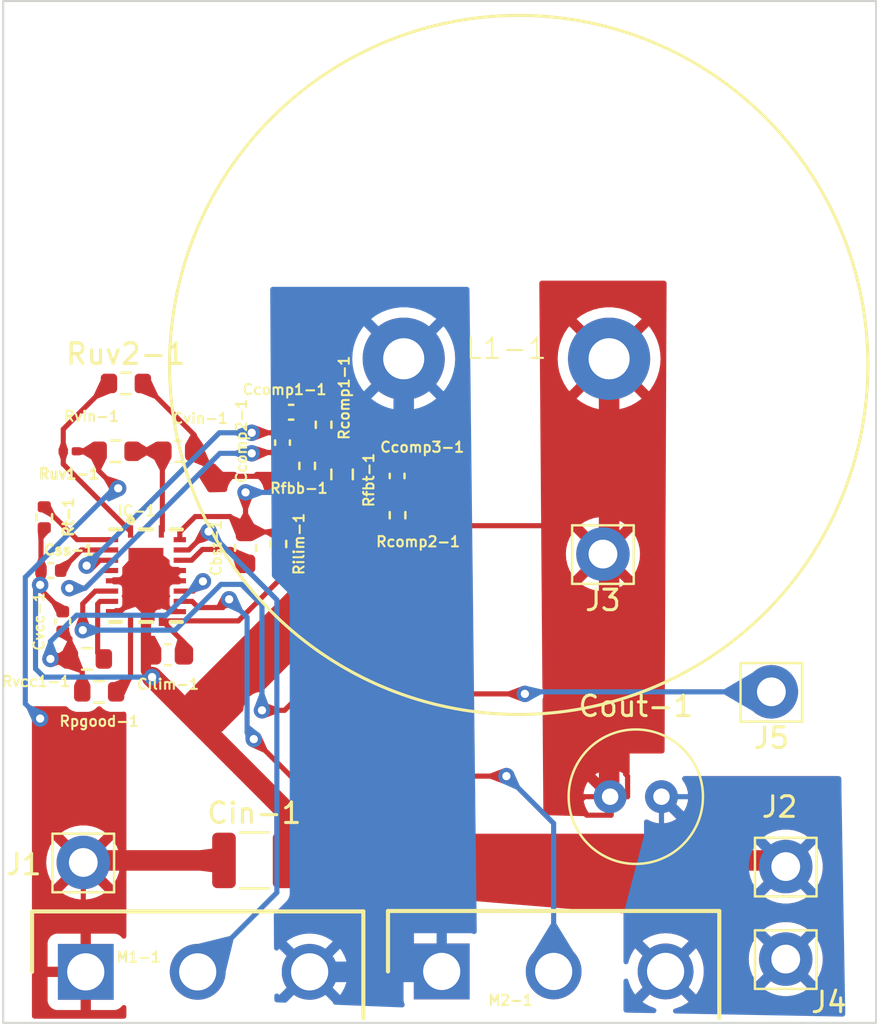
<source format=kicad_pcb>
(kicad_pcb (version 20221018) (generator pcbnew)
  (layers (0 "F.Cu" signal) (31 "B.Cu" signal) (34 "B.Paste" user) (35 "F.Paste" user) (36 "B.SilkS" user "B.Silkscreen") (37 "F.SilkS" user "F.Silkscreen") (38 "B.Mask" user) (39 "F.Mask" user) (44 "Edge.Cuts" user))
  (net 0 "")
  (net 1 "Net-(IC-1-BST)")
  (net 2 "Net-(IC-1-SW)")
  (net 3 "Net-(Ccomp1-1-Pad1)")
  (net 4 "Net-(IC-1-COMP)")
  (net 5 "Net-(IC-1-FB)")
  (net 6 "Net-(Ccomp3-1-Pad1)")
  (net 7 "Net-(IC-1-ILIM)")
  (net 8 "Net-(IC-1-AGND)")
  (net 9 "Net-(J1-Pin_1)")
  (net 10 "Net-(J3-Pin_1)")
  (net 11 "Net-(IC-1-SS{slash}TRK)")
  (net 12 "Net-(IC-1-VCC)")
  (net 13 "Net-(IC-1-VIN)")
  (net 14 "Net-(IC-1-EN{slash}UVLO)")
  (net 15 "Net-(IC-1-RT)")
  (net 16 "Net-(IC-1-SYNCOUT)")
  (net 17 "Net-(IC-1-SYNCIN)")
  (net 18 "Net-(IC-1-PGOOD)")
  (net 19 "Net-(IC-1-LO)")
  (net 20 "Net-(IC-1-HO)")
  (footprint "Library:RGY0020B" (layer "F.Cu") (at 35.95 98.25)
    (fp_text reference "IC-1" (at -0.45 -3.15) (layer "F.SilkS") (effects (font (size 0.5 0.5) (thickness 0.1) bold)))
    (fp_text value "LM5145RGYR" hide)
    (fp_line (start -1.75 -2.25) (end -1.2 -2.25) (stroke (width 0.2)) (layer "F.SilkS"))
    (fp_line (start -1.75 2.25) (end -1.2 2.25) (stroke (width 0.2)) (layer "F.SilkS"))
    (fp_line (start -0.3 -2.25) (end 0.3 -2.25) (stroke (width 0.2)) (layer "F.SilkS"))
    (fp_line (start -0.3 2.25) (end 0.3 2.25) (stroke (width 0.2)) (layer "F.SilkS"))
    (fp_line (start 1.75 -2.25) (end 1.2 -2.25) (stroke (width 0.2)) (layer "F.SilkS"))
    (fp_line (start 1.75 2.25) (end 1.2 2.25) (stroke (width 0.2)) (layer "F.SilkS"))
    (fp_circle (center -0.751 -2.692) (end -0.751 -2.67041) (stroke (width 0.2)) (fill none) (layer "F.SilkS"))
    (pad "1" smd rect (at -0.75 -2.15) (size 0.25 0.6) (layers "F.Cu" "F.Paste" "F.Mask") (net 14 "Net-(IC-1-EN{slash}UVLO)"))
    (pad "2" smd rect (at -1.65 -1.75 90) (size 0.25 0.6) (layers "F.Cu" "F.Paste" "F.Mask") (net 15 "Net-(IC-1-RT)"))
    (pad "3" smd rect (at -1.65 -1.25 90) (size 0.25 0.6) (layers "F.Cu" "F.Paste" "F.Mask") (net 11 "Net-(IC-1-SS{slash}TRK)"))
    (pad "4" smd rect (at -1.65 -0.75 90) (size 0.25 0.6) (layers "F.Cu" "F.Paste" "F.Mask") (net 4 "Net-(IC-1-COMP)"))
    (pad "5" smd rect (at -1.65 -0.25 90) (size 0.25 0.6) (layers "F.Cu" "F.Paste" "F.Mask") (net 5 "Net-(IC-1-FB)"))
    (pad "6" smd rect (at -1.65 0.25 90) (size 0.25 0.6) (layers "F.Cu" "F.Paste" "F.Mask") (net 8 "Net-(IC-1-AGND)"))
    (pad "7" smd rect (at -1.65 0.75 90) (size 0.25 0.6) (layers "F.Cu" "F.Paste" "F.Mask") (net 16 "Net-(IC-1-SYNCOUT)"))
    (pad "8" smd rect (at -1.65 1.25 90) (size 0.25 0.6) (layers "F.Cu" "F.Paste" "F.Mask") (net 17 "Net-(IC-1-SYNCIN)"))
    (pad "9" smd rect (at -1.65 1.75 90) (size 0.25 0.6) (layers "F.Cu" "F.Paste" "F.Mask") (net 8 "Net-(IC-1-AGND)"))
    (pad "10" smd rect (at -0.75 2.15) (size 0.25 0.6) (layers "F.Cu" "F.Paste" "F.Mask") (net 18 "Net-(IC-1-PGOOD)"))
    (pad "11" smd rect (at 0.75 2.15) (size 0.25 0.6) (layers "F.Cu" "F.Paste" "F.Mask") (net 7 "Net-(IC-1-ILIM)"))
    (pad "12" smd rect (at 1.65 1.75 90) (size 0.25 0.6) (layers "F.Cu" "F.Paste" "F.Mask") (net 8 "Net-(IC-1-AGND)"))
    (pad "13" smd rect (at 1.65 1.25 90) (size 0.25 0.6) (layers "F.Cu" "F.Paste" "F.Mask") (net 19 "Net-(IC-1-LO)"))
    (pad "14" smd rect (at 1.65 0.75 90) (size 0.25 0.6) (layers "F.Cu" "F.Paste" "F.Mask") (net 12 "Net-(IC-1-VCC)"))
    (pad "15" smd rect (at 1.65 0.25 90) (size 0.25 0.6) (layers "F.Cu" "F.Paste" "F.Mask") (net 8 "Net-(IC-1-AGND)"))
    (pad "16" smd rect (at 1.65 -0.25 90) (size 0.25 0.6) (layers "F.Cu" "F.Paste" "F.Mask") (net 8 "Net-(IC-1-AGND)"))
    (pad "17" smd rect (at 1.65 -0.75 90) (size 0.25 0.6) (layers "F.Cu" "F.Paste" "F.Mask") (net 1 "Net-(IC-1-BST)"))
    (pad "18" smd rect (at 1.65 -1.25 90) (size 0.25 0.6) (layers "F.Cu" "F.Paste" "F.Mask") (net 20 "Net-(IC-1-HO)"))
    (pad "19" smd rect (at 1.65 -1.75 90) (size 0.25 0.6) (layers "F.Cu" "F.Paste" "F.Mask") (net 2 "Net-(IC-1-SW)"))
    (pad "20" smd rect (at 0.75 -2.15) (size 0.25 0.6) (layers "F.Cu" "F.Paste" "F.Mask") (net 13 "Net-(IC-1-VIN)"))
    (pad "21" smd rect (at 0 0) (size 1.7 2.7) (layers "F.Cu" "F.Paste" "F.Mask") (net 8 "Net-(IC-1-AGND)"))
  )
  (footprint "Capacitor_SMD:C_1210_3225Metric" (layer "F.Cu") (at 41.225 112.1)
    (fp_text reference "Cin-1" (at 0 -2.3) (layer "F.SilkS"))
    (fp_text value "4.7 uF")
    (fp_line (start -0.711252 -1.36) (end 0.711252 -1.36) (stroke (width 0.12)) (layer "F.SilkS"))
    (fp_line (start -0.711252 1.36) (end 0.711252 1.36) (stroke (width 0.12)) (layer "F.SilkS"))
    (pad "1" smd roundrect (at -1.475 0) (size 1.15 2.7) (layers "F.Cu" "F.Paste" "F.Mask") (roundrect_rratio 0.2173913043) (net 9 "Net-(J1-Pin_1)"))
    (pad "2" smd roundrect (at 1.475 0) (size 1.15 2.7) (layers "F.Cu" "F.Paste" "F.Mask") (roundrect_rratio 0.2173913043) (net 8 "Net-(IC-1-AGND)"))
  )
  (footprint "Connector_Pin:Pin_D1.4mm_L8.5mm_W2.8mm_FlatFork" (layer "F.Cu") (at 67.1 116.9)
    (fp_text reference "J4" (at 2.1 2.1) (layer "F.SilkS"))
    (fp_text value "GND")
    (fp_line (start -1.5 -1.4) (end -1.5 1.45) (stroke (width 0.12)) (layer "F.SilkS"))
    (fp_line (start -1.5 -1.4) (end 1.5 -1.4) (stroke (width 0.12)) (layer "F.SilkS"))
    (fp_line (start -1.5 1.45) (end 1.5 1.45) (stroke (width 0.12)) (layer "F.SilkS"))
    (fp_line (start 1.5 -1.4) (end 1.5 1.45) (stroke (width 0.12)) (layer "F.SilkS"))
    (pad "1" thru_hole circle (at 0 0) (size 2.6 2.6) (drill 1.4) (layers "*.Cu" "*.Mask") (net 8 "Net-(IC-1-AGND)"))
  )
  (footprint "Resistor_SMD:R_0603_1608Metric" (layer "F.Cu") (at 45.5 93.325 90)
    (fp_text reference "Rfbt-1" (at -0.275 1.3 90) (layer "F.SilkS") (effects (font (size 0.5 0.5) (thickness 0.1) bold)))
    (fp_text value "18 k" hide)
    (fp_line (start -0.237258 -0.5225) (end 0.237258 -0.5225) (stroke (width 0.12)) (layer "F.SilkS"))
    (fp_line (start -0.237258 0.5225) (end 0.237258 0.5225) (stroke (width 0.12)) (layer "F.SilkS"))
    (pad "1" smd roundrect (at -0.825 0 90) (size 0.8 0.95) (layers "F.Cu" "F.Paste" "F.Mask") (net 10 "Net-(J3-Pin_1)"))
    (pad "2" smd roundrect (at 0.825 0 90) (size 0.8 0.95) (layers "F.Cu" "F.Paste" "F.Mask") (net 5 "Net-(IC-1-FB)"))
  )
  (footprint "Resistor_SMD:R_0201_0603Metric" (layer "F.Cu") (at 32.245 92.2 180)
    (fp_text reference "Ruv1-1" (at 0.045 -1.1 180) (layer "F.SilkS") (effects (font (size 0.5 0.5) (thickness 0.125))))
    (fp_text value "68.1k" hide)
    (pad "1" smd roundrect (at -0.32 0 180) (size 0.46 0.4) (layers "F.Cu" "F.Mask") (net 9 "Net-(J1-Pin_1)"))
    (pad "2" smd roundrect (at 0.32 0 180) (size 0.46 0.4) (layers "F.Cu" "F.Mask") (net 14 "Net-(IC-1-EN{slash}UVLO)"))
  )
  (footprint "Capacitor_SMD:C_0402_1005Metric" (layer "F.Cu") (at 31.9 100.48 90)
    (fp_text reference "Cvcc-1" (at 0 -1.16 90) (layer "F.SilkS") (effects (font (size 0.5 0.5) (thickness 0.1) bold)))
    (fp_text value "2.2 u" hide)
    (fp_line (start -0.107836 -0.36) (end 0.107836 -0.36) (stroke (width 0.12)) (layer "F.SilkS"))
    (fp_line (start -0.107836 0.36) (end 0.107836 0.36) (stroke (width 0.12)) (layer "F.SilkS"))
    (pad "1" smd roundrect (at -0.48 0 90) (size 0.56 0.62) (layers "F.Cu" "F.Paste" "F.Mask") (net 12 "Net-(IC-1-VCC)"))
    (pad "2" smd roundrect (at 0.48 0 90) (size 0.56 0.62) (layers "F.Cu" "F.Paste" "F.Mask") (net 8 "Net-(IC-1-AGND)"))
  )
  (footprint "Capacitor_SMD:C_0603_1608Metric" (layer "F.Cu") (at 40.8 96.9 90)
    (fp_text reference "Cbst-1" (at 0 -1.43 90) (layer "F.SilkS") (effects (font (size 0.5 0.5) (thickness 0.1) bold)))
    (fp_text value "100 n" hide)
    (fp_line (start -0.14058 -0.51) (end 0.14058 -0.51) (stroke (width 0.12)) (layer "F.SilkS"))
    (fp_line (start -0.14058 0.51) (end 0.14058 0.51) (stroke (width 0.12)) (layer "F.SilkS"))
    (pad "1" smd roundrect (at -0.775 0 90) (size 0.9 0.95) (layers "F.Cu" "F.Paste" "F.Mask") (net 1 "Net-(IC-1-BST)"))
    (pad "2" smd roundrect (at 0.775 0 90) (size 0.9 0.95) (layers "F.Cu" "F.Paste" "F.Mask") (net 2 "Net-(IC-1-SW)"))
  )
  (footprint "Library:TO545P521X1594X2566-3P" (layer "F.Cu") (at 50.35 117.5)
    (fp_text reference "M2-1" (at 3.35 1.4) (layer "F.SilkS") (effects (font (size 0.5 0.5) (thickness 0.1) bold)))
    (fp_text value "30V 35A" hide)
    (fp_line (start -2.615 -2.94) (end -2.615 0) (stroke (width 0.2)) (layer "F.SilkS"))
    (fp_line (start 13.515 -2.94) (end -2.615 -2.94) (stroke (width 0.2)) (layer "F.SilkS"))
    (fp_line (start 13.515 2.27) (end 13.515 -2.94) (stroke (width 0.2)) (layer "F.SilkS"))
    (pad "1" thru_hole rect (at 0 0) (size 2.715 2.715) (drill 1.81) (layers "*.Cu" "*.Mask") (net 2 "Net-(IC-1-SW)"))
    (pad "2" thru_hole circle (at 5.45 0) (size 2.715 2.715) (drill 1.81) (layers "*.Cu" "*.Mask") (net 19 "Net-(IC-1-LO)"))
    (pad "3" thru_hole circle (at 10.9 0) (size 2.715 2.715) (drill 1.81) (layers "*.Cu" "*.Mask") (net 8 "Net-(IC-1-AGND)"))
  )
  (footprint "Resistor_SMD:R_0402_1005Metric" (layer "F.Cu") (at 44.6 90.91 90)
    (fp_text reference "Rcomp1-1" (at 1.31 1 270) (layer "F.SilkS") (effects (font (size 0.5 0.5) (thickness 0.1) bold)))
    (fp_text value "1.78 k" hide)
    (fp_line (start -0.153641 -0.38) (end 0.153641 -0.38) (stroke (width 0.12)) (layer "F.SilkS"))
    (fp_line (start -0.153641 0.38) (end 0.153641 0.38) (stroke (width 0.12)) (layer "F.SilkS"))
    (pad "1" smd roundrect (at -0.51 0 90) (size 0.54 0.64) (layers "F.Cu" "F.Paste" "F.Mask") (net 5 "Net-(IC-1-FB)"))
    (pad "2" smd roundrect (at 0.51 0 90) (size 0.54 0.64) (layers "F.Cu" "F.Paste" "F.Mask") (net 3 "Net-(Ccomp1-1-Pad1)"))
  )
  (footprint "Connector_Pin:Pin_D1.4mm_L8.5mm_W2.8mm_FlatFork" (layer "F.Cu") (at 66.4 103.9)
    (fp_text reference "J5" (at 0 2.25) (layer "F.SilkS"))
    (fp_text value "Syncout")
    (fp_line (start -1.5 -1.4) (end -1.5 1.45) (stroke (width 0.12)) (layer "F.SilkS"))
    (fp_line (start -1.5 -1.4) (end 1.5 -1.4) (stroke (width 0.12)) (layer "F.SilkS"))
    (fp_line (start -1.5 1.45) (end 1.5 1.45) (stroke (width 0.12)) (layer "F.SilkS"))
    (fp_line (start 1.5 -1.4) (end 1.5 1.45) (stroke (width 0.12)) (layer "F.SilkS"))
    (pad "1" thru_hole circle (at 0 0) (size 2.6 2.6) (drill 1.4) (layers "*.Cu" "*.Mask") (net 16 "Net-(IC-1-SYNCOUT)"))
  )
  (footprint "Library:A3mmCoil" (layer "F.Cu") (at 53.5 87.7)
    (fp_text reference "L1-1" (at 0 -0.5 unlocked) (layer "F.SilkS") (effects (font (thickness 0.1))))
    (fp_text value "4.7 u")
    (pad "1" thru_hole circle (at -5 0) (size 4 4) (drill 2) (layers "*.Cu" "*.Mask") (net 2 "Net-(IC-1-SW)"))
    (pad "2" thru_hole circle (at 5 0) (size 4 4) (drill 2) (layers "*.Cu" "*.Mask") (net 10 "Net-(J3-Pin_1)"))
  )
  (footprint "Resistor_SMD:R_0402_1005Metric" (layer "F.Cu") (at 48.2 95.31 90)
    (fp_text reference "Rcomp2-1" (at -1.29 1 180) (layer "F.SilkS") (effects (font (size 0.5 0.5) (thickness 0.1) bold)))
    (fp_text value "1.82 k" hide)
    (fp_line (start -0.153641 -0.38) (end 0.153641 -0.38) (stroke (width 0.12)) (layer "F.SilkS"))
    (fp_line (start -0.153641 0.38) (end 0.153641 0.38) (stroke (width 0.12)) (layer "F.SilkS"))
    (pad "1" smd roundrect (at -0.51 0 90) (size 0.54 0.64) (layers "F.Cu" "F.Paste" "F.Mask") (net 10 "Net-(J3-Pin_1)"))
    (pad "2" smd roundrect (at 0.51 0 90) (size 0.54 0.64) (layers "F.Cu" "F.Paste" "F.Mask") (net 6 "Net-(Ccomp3-1-Pad1)"))
  )
  (footprint "Connector_Pin:Pin_D1.4mm_L8.5mm_W2.8mm_FlatFork" (layer "F.Cu") (at 58.2 97.2)
    (fp_text reference "J3" (at 0 2.25) (layer "F.SilkS"))
    (fp_text value "V12out")
    (fp_line (start -1.5 -1.4) (end -1.5 1.45) (stroke (width 0.12)) (layer "F.SilkS"))
    (fp_line (start -1.5 -1.4) (end 1.5 -1.4) (stroke (width 0.12)) (layer "F.SilkS"))
    (fp_line (start -1.5 1.45) (end 1.5 1.45) (stroke (width 0.12)) (layer "F.SilkS"))
    (fp_line (start 1.5 -1.4) (end 1.5 1.45) (stroke (width 0.12)) (layer "F.SilkS"))
    (pad "1" thru_hole circle (at 0 0) (size 2.6 2.6) (drill 1.4) (layers "*.Cu" "*.Mask") (net 10 "Net-(J3-Pin_1)"))
  )
  (footprint "Library:TO545P521X1594X2566-3P" (layer "F.Cu") (at 33.02 117.52)
    (fp_text reference "M1-1" (at 2.58 -0.72) (layer "F.SilkS") (effects (font (size 0.5 0.5) (thickness 0.1) bold)))
    (fp_text value "30V 60A" hide)
    (fp_line (start -2.615 -2.94) (end -2.615 0) (stroke (width 0.2)) (layer "F.SilkS"))
    (fp_line (start 13.515 -2.94) (end -2.615 -2.94) (stroke (width 0.2)) (layer "F.SilkS"))
    (fp_line (start 13.515 2.27) (end 13.515 -2.94) (stroke (width 0.2)) (layer "F.SilkS"))
    (pad "1" thru_hole rect (at 0 0) (size 2.715 2.715) (drill 1.81) (layers "*.Cu" "*.Mask") (net 9 "Net-(J1-Pin_1)"))
    (pad "2" thru_hole circle (at 5.45 0) (size 2.715 2.715) (drill 1.81) (layers "*.Cu" "*.Mask") (net 20 "Net-(IC-1-HO)"))
    (pad "3" thru_hole circle (at 10.9 0) (size 2.715 2.715) (drill 1.81) (layers "*.Cu" "*.Mask") (net 2 "Net-(IC-1-SW)"))
  )
  (footprint "Resistor_SMD:R_0603_1608Metric" (layer "F.Cu") (at 33.075 102.3)
    (fp_text reference "Rvcc1-1" (at -2.475 1.1 180) (layer "F.SilkS") (effects (font (size 0.5 0.5) (thickness 0.1) bold)))
    (fp_text value "20 k" hide)
    (fp_line (start -0.237258 -0.5225) (end 0.237258 -0.5225) (stroke (width 0.12)) (layer "F.SilkS"))
    (fp_line (start -0.237258 0.5225) (end 0.237258 0.5225) (stroke (width 0.12)) (layer "F.SilkS"))
    (pad "1" smd roundrect (at -0.825 0) (size 0.8 0.95) (layers "F.Cu" "F.Paste" "F.Mask") (net 12 "Net-(IC-1-VCC)"))
    (pad "2" smd roundrect (at 0.825 0) (size 0.8 0.95) (layers "F.Cu" "F.Paste" "F.Mask") (net 17 "Net-(IC-1-SYNCIN)"))
  )
  (footprint "Resistor_SMD:R_0402_1005Metric" (layer "F.Cu") (at 31 95.41 -90)
    (fp_text reference "Rt-1" (at 0 -1.17 90) (layer "F.SilkS") (effects (font (size 0.5 0.5) (thickness 0.125))))
    (fp_text value "69.8k" hide)
    (fp_line (start -0.153641 -0.38) (end 0.153641 -0.38) (stroke (width 0.12)) (layer "F.SilkS"))
    (fp_line (start -0.153641 0.38) (end 0.153641 0.38) (stroke (width 0.12)) (layer "F.SilkS"))
    (pad "1" smd roundrect (at -0.51 0 270) (size 0.54 0.64) (layers "F.Cu" "F.Paste" "F.Mask") (net 15 "Net-(IC-1-RT)"))
    (pad "2" smd roundrect (at 0.51 0 270) (size 0.54 0.64) (layers "F.Cu" "F.Paste" "F.Mask") (net 8 "Net-(IC-1-AGND)"))
  )
  (footprint "Resistor_SMD:R_0402_1005Metric" (layer "F.Cu") (at 42.4 96.71 90)
    (fp_text reference "Rilim-1" (at 0 1 90) (layer "F.SilkS") (effects (font (size 0.5 0.5) (thickness 0.1) bold)))
    (fp_text value "619" hide)
    (fp_line (start -0.153641 -0.38) (end 0.153641 -0.38) (stroke (width 0.12)) (layer "F.SilkS"))
    (fp_line (start -0.153641 0.38) (end 0.153641 0.38) (stroke (width 0.12)) (layer "F.SilkS"))
    (pad "1" smd roundrect (at -0.51 0 90) (size 0.54 0.64) (layers "F.Cu" "F.Paste" "F.Mask") (net 7 "Net-(IC-1-ILIM)"))
    (pad "2" smd roundrect (at 0.51 0 90) (size 0.54 0.64) (layers "F.Cu" "F.Paste" "F.Mask") (net 2 "Net-(IC-1-SW)"))
  )
  (footprint "Resistor_SMD:R_0603_1608Metric" (layer "F.Cu") (at 34.475 92.2)
    (fp_text reference "Rvin-1" (at -1.175 -1.7) (layer "F.SilkS") (effects (font (size 0.5 0.5) (thickness 0.1) bold)))
    (fp_text value "2.1" hide)
    (fp_line (start -0.237258 -0.5225) (end 0.237258 -0.5225) (stroke (width 0.12)) (layer "F.SilkS"))
    (fp_line (start -0.237258 0.5225) (end 0.237258 0.5225) (stroke (width 0.12)) (layer "F.SilkS"))
    (pad "1" smd roundrect (at -0.825 0) (size 0.8 0.95) (layers "F.Cu" "F.Paste" "F.Mask") (net 9 "Net-(J1-Pin_1)"))
    (pad "2" smd roundrect (at 0.825 0) (size 0.8 0.95) (layers "F.Cu" "F.Paste" "F.Mask") (net 13 "Net-(IC-1-VIN)"))
  )
  (footprint "Capacitor_SMD:C_0402_1005Metric" (layer "F.Cu") (at 43.02 90.3 180)
    (fp_text reference "Ccomp1-1" (at 0.32 1.1 180) (layer "F.SilkS") (effects (font (size 0.5 0.5) (thickness 0.1) bold)))
    (fp_text value "15 nF" hide)
    (fp_line (start -0.107836 -0.36) (end 0.107836 -0.36) (stroke (width 0.12)) (layer "F.SilkS"))
    (fp_line (start -0.107836 0.36) (end 0.107836 0.36) (stroke (width 0.12)) (layer "F.SilkS"))
    (pad "1" smd roundrect (at -0.48 0 180) (size 0.56 0.62) (layers "F.Cu" "F.Paste" "F.Mask") (net 3 "Net-(Ccomp1-1-Pad1)"))
    (pad "2" smd roundrect (at 0.48 0 180) (size 0.56 0.62) (layers "F.Cu" "F.Paste" "F.Mask") (net 4 "Net-(IC-1-COMP)"))
  )
  (footprint "Resistor_SMD:R_0402_1005Metric" (layer "F.Cu") (at 43.8 92.91 -90)
    (fp_text reference "Rfbb-1" (at 1.09 0.4 -180) (layer "F.SilkS") (effects (font (size 0.5 0.5) (thickness 0.1) bold)))
    (fp_text value "1.27 k" hide)
    (fp_line (start -0.153641 -0.38) (end 0.153641 -0.38) (stroke (width 0.12)) (layer "F.SilkS"))
    (fp_line (start -0.153641 0.38) (end 0.153641 0.38) (stroke (width 0.12)) (layer "F.SilkS"))
    (pad "1" smd roundrect (at -0.51 0 270) (size 0.54 0.64) (layers "F.Cu" "F.Paste" "F.Mask") (net 5 "Net-(IC-1-FB)"))
    (pad "2" smd roundrect (at 0.51 0 270) (size 0.54 0.64) (layers "F.Cu" "F.Paste" "F.Mask") (net 8 "Net-(IC-1-AGND)"))
  )
  (footprint "Capacitor_SMD:C_0603_1608Metric" (layer "F.Cu") (at 37.025 102.1 180)
    (fp_text reference "Cilim-1" (at 0 -1.43) (layer "F.SilkS") (effects (font (size 0.5 0.5) (thickness 0.1) bold)))
    (fp_text value "10 p" hide)
    (fp_line (start -0.14058 -0.51) (end 0.14058 -0.51) (stroke (width 0.12)) (layer "F.SilkS"))
    (fp_line (start -0.14058 0.51) (end 0.14058 0.51) (stroke (width 0.12)) (layer "F.SilkS"))
    (pad "1" smd roundrect (at -0.775 0 180) (size 0.9 0.95) (layers "F.Cu" "F.Paste" "F.Mask") (net 7 "Net-(IC-1-ILIM)"))
    (pad "2" smd roundrect (at 0.775 0 180) (size 0.9 0.95) (layers "F.Cu" "F.Paste" "F.Mask") (net 8 "Net-(IC-1-AGND)"))
  )
  (footprint "Capacitor_SMD:C_0402_1005Metric" (layer "F.Cu") (at 31.32 98 180)
    (fp_text reference "Css-1" (at -0.88 1) (layer "F.SilkS") (effects (font (size 0.5 0.5) (thickness 0.125))))
    (fp_text value "56n" hide)
    (fp_line (start -0.107836 -0.36) (end 0.107836 -0.36) (stroke (width 0.12)) (layer "F.SilkS"))
    (fp_line (start -0.107836 0.36) (end 0.107836 0.36) (stroke (width 0.12)) (layer "F.SilkS"))
    (pad "1" smd roundrect (at -0.48 0 180) (size 0.56 0.62) (layers "F.Cu" "F.Paste" "F.Mask") (net 11 "Net-(IC-1-SS{slash}TRK)"))
    (pad "2" smd roundrect (at 0.48 0 180) (size 0.56 0.62) (layers "F.Cu" "F.Paste" "F.Mask") (net 8 "Net-(IC-1-AGND)"))
  )
  (footprint "Resistor_SMD:R_0603_1608Metric" (layer "F.Cu") (at 33.675 103.9 180)
    (fp_text reference "Rpgood-1" (at 0 -1.43 180) (layer "F.SilkS") (effects (font (size 0.5 0.5) (thickness 0.1) bold)))
    (fp_text value "20 k" hide)
    (fp_line (start -0.237258 -0.5225) (end 0.237258 -0.5225) (stroke (width 0.12)) (layer "F.SilkS"))
    (fp_line (start -0.237258 0.5225) (end 0.237258 0.5225) (stroke (width 0.12)) (layer "F.SilkS"))
    (pad "1" smd roundrect (at -0.825 0 180) (size 0.8 0.95) (layers "F.Cu" "F.Paste" "F.Mask") (net 18 "Net-(IC-1-PGOOD)"))
    (pad "2" smd roundrect (at 0.825 0 180) (size 0.8 0.95) (layers "F.Cu" "F.Paste" "F.Mask") (net 12 "Net-(IC-1-VCC)"))
  )
  (footprint "Connector_Pin:Pin_D1.4mm_L8.5mm_W2.8mm_FlatFork" (layer "F.Cu") (at 32.9 112.2)
    (fp_text reference "J1" (at -2.9 0.1) (layer "F.SilkS"))
    (fp_text value "Vin")
    (fp_line (start -1.5 -1.4) (end -1.5 1.45) (stroke (width 0.12)) (layer "F.SilkS"))
    (fp_line (start -1.5 -1.4) (end 1.5 -1.4) (stroke (width 0.12)) (layer "F.SilkS"))
    (fp_line (start -1.5 1.45) (end 1.5 1.45) (stroke (width 0.12)) (layer "F.SilkS"))
    (fp_line (start 1.5 -1.4) (end 1.5 1.45) (stroke (width 0.12)) (layer "F.SilkS"))
    (pad "1" thru_hole circle (at 0 0) (size 2.6 2.6) (drill 1.4) (layers "*.Cu" "*.Mask") (net 9 "Net-(J1-Pin_1)"))
  )
  (footprint "Capacitor_THT:C_Radial_D6.3mm_H5.0mm_P2.50mm" (layer "F.Cu") (at 58.55 109)
    (fp_text reference "Cout-1" (at 1.25 -4.4) (layer "F.SilkS"))
    (fp_text value "56 u")
    (fp_circle (center 1.25 0) (end 4.52 0) (stroke (width 0.12)) (fill none) (layer "F.SilkS"))
    (pad "1" thru_hole circle (at 0 0) (size 1.6 1.6) (drill 0.8) (layers "*.Cu" "*.Mask") (net 10 "Net-(J3-Pin_1)"))
    (pad "2" thru_hole circle (at 2.5 0) (size 1.6 1.6) (drill 0.8) (layers "*.Cu" "*.Mask") (net 8 "Net-(IC-1-AGND)"))
  )
  (footprint "Connector_Pin:Pin_D1.4mm_L8.5mm_W2.8mm_FlatFork" (layer "F.Cu") (at 67.1 112.4)
    (fp_text reference "J2" (at -0.3 -2.9) (layer "F.SilkS"))
    (fp_text value "GND")
    (fp_line (start -1.5 -1.4) (end -1.5 1.45) (stroke (width 0.12)) (layer "F.SilkS"))
    (fp_line (start -1.5 -1.4) (end 1.5 -1.4) (stroke (width 0.12)) (layer "F.SilkS"))
    (fp_line (start -1.5 1.45) (end 1.5 1.45) (stroke (width 0.12)) (layer "F.SilkS"))
    (fp_line (start 1.5 -1.4) (end 1.5 1.45) (stroke (width 0.12)) (layer "F.SilkS"))
    (pad "1" thru_hole circle (at 0 0) (size 2.6 2.6) (drill 1.4) (layers "*.Cu" "*.Mask") (net 8 "Net-(IC-1-AGND)"))
  )
  (footprint "Resistor_SMD:R_0603_1608Metric" (layer "F.Cu") (at 34.975 88.9)
    (fp_text reference "Ruv2-1" (at 0 -1.43) (layer "F.SilkS"))
    (fp_text value "9.1 k" hide)
    (fp_line (start -0.237258 -0.5225) (end 0.237258 -0.5225) (stroke (width 0.12)) (layer "F.SilkS"))
    (fp_line (start -0.237258 0.5225) (end 0.237258 0.5225) (stroke (width 0.12)) (layer "F.SilkS"))
    (pad "1" smd roundrect (at -0.825 0) (size 0.8 0.95) (layers "F.Cu" "F.Paste" "F.Mask") (net 14 "Net-(IC-1-EN{slash}UVLO)"))
    (pad "2" smd roundrect (at 0.825 0) (size 0.8 0.95) (layers "F.Cu" "F.Paste" "F.Mask") (net 8 "Net-(IC-1-AGND)"))
  )
  (footprint "Capacitor_SMD:C_0402_1005Metric" (layer "F.Cu") (at 48.18 93.4 90)
    (fp_text reference "Ccomp3-1" (at 1.4 1.22 180) (layer "F.SilkS") (effects (font (size 0.5 0.5) (thickness 0.1) bold)))
    (fp_text value "910 p" hide)
    (fp_line (start -0.107836 -0.36) (end 0.107836 -0.36) (stroke (width 0.12)) (layer "F.SilkS"))
    (fp_line (start -0.107836 0.36) (end 0.107836 0.36) (stroke (width 0.12)) (layer "F.SilkS"))
    (pad "1" smd roundrect (at -0.48 0 90) (size 0.56 0.62) (layers "F.Cu" "F.Paste" "F.Mask") (net 6 "Net-(Ccomp3-1-Pad1)"))
    (pad "2" smd roundrect (at 0.48 0 90) (size 0.56 0.62) (layers "F.Cu" "F.Paste" "F.Mask") (net 5 "Net-(IC-1-FB)"))
  )
  (footprint "Capacitor_SMD:C_0402_1005Metric" (layer "F.Cu") (at 42.6 91.78 90)
    (fp_text reference "Ccomp2-1" (at 0.08 -2 90) (layer "F.SilkS") (effects (font (size 0.5 0.5) (thickness 0.1) bold)))
    (fp_text value "1.2 n")
    (fp_line (start -0.107836 -0.36) (end 0.107836 -0.36) (stroke (width 0.12)) (layer "F.SilkS"))
    (fp_line (start -0.107836 0.36) (end 0.107836 0.36) (stroke (width 0.12)) (layer "F.SilkS"))
    (pad "1" smd roundrect (at -0.48 0 90) (size 0.56 0.62) (layers "F.Cu" "F.Paste" "F.Mask") (net 5 "Net-(IC-1-FB)"))
    (pad "2" smd roundrect (at 0.48 0 90) (size 0.56 0.62) (layers "F.Cu" "F.Paste" "F.Mask") (net 4 "Net-(IC-1-COMP)"))
  )
  (footprint "Capacitor_SMD:C_0603_1608Metric" (layer "F.Cu") (at 37.525 92.2)
    (fp_text reference "Cvin-1" (at 1.075 -1.6) (layer "F.SilkS") (effects (font (size 0.5 0.5) (thickness 0.1) bold)))
    (fp_text value "100 nF" hide)
    (fp_line (start -0.14058 -0.51) (end 0.14058 -0.51) (stroke (width 0.12)) (layer "F.SilkS"))
    (fp_line (start -0.14058 0.51) (end 0.14058 0.51) (stroke (width 0.12)) (layer "F.SilkS"))
    (pad "1" smd roundrect (at -0.775 0) (size 0.9 0.95) (layers "F.Cu" "F.Paste" "F.Mask") (net 13 "Net-(IC-1-VIN)"))
    (pad "2" smd roundrect (at 0.775 0) (size 0.9 0.95) (layers "F.Cu" "F.Paste" "F.Mask") (net 8 "Net-(IC-1-AGND)"))
  )
  (gr_circle (center 54.1 88) (end 71.1 88) (stroke (width 0.15)) (fill none) (layer "F.SilkS"))
  (gr_rect (start 29 70.3) (end 71.5 120) (stroke (width 0.1)) (fill none) (layer "Edge.Cuts"))
  (segment (start 40.8 97.675) (end 40.1 96.975) (width 0.25) (layer "F.Cu") (net 1))
  (segment (start 40.1 96.975) (end 38.7 96.975) (width 0.25) (layer "F.Cu") (net 1))
  (segment (start 38.175 97.5) (end 37.6 97.5) (width 0.25) (layer "F.Cu") (net 1))
  (segment (start 38.7 96.975) (end 38.175 97.5) (width 0.25) (layer "F.Cu") (net 1))
  (segment (start 37.6 96.125) (end 38.35 95.375) (width 0.25) (layer "F.Cu") (net 2))
  (segment (start 38.35 95.375) (end 40.05 95.375) (width 0.25) (layer "F.Cu") (net 2))
  (segment (start 40.8 94.2) (end 40.8 96.125) (width 0.25) (layer "F.Cu") (net 2))
  (segment (start 37.6 96.5) (end 37.6 96.125) (width 0.25) (layer "F.Cu") (net 2))
  (segment (start 42.325 96.125) (end 42.4 96.2) (width 0.25) (layer "F.Cu") (net 2))
  (segment (start 40.05 95.375) (end 40.8 96.125) (width 0.25) (layer "F.Cu") (net 2))
  (segment (start 40.8 96.125) (end 42.325 96.125) (width 0.25) (layer "F.Cu") (net 2))
  (via (at 40.8 94.2) (size 0.8) (drill 0.4) (layers "F.Cu" "B.Cu") (net 2))
  (segment (start 43.92 117.52) (end 48.1 117.52) (width 1) (layer "B.Cu") (net 2))
  (segment (start 42 94.2) (end 48.5 87.7) (width 0.25) (layer "B.Cu") (net 2))
  (segment (start 48.5 87.7) (end 48.5 117.12) (width 1) (layer "B.Cu") (net 2))
  (segment (start 48.1 117.52) (end 50.48 117.52) (width 1) (layer "B.Cu") (net 2))
  (segment (start 40.8 94.2) (end 42 94.2) (width 0.25) (layer "B.Cu") (net 2))
  (segment (start 48.5 117.12) (end 48.1 117.52) (width 0.25) (layer "B.Cu") (net 2))
  (segment (start 43.6 90.4) (end 43.5 90.3) (width 0.25) (layer "F.Cu") (net 3))
  (segment (start 44.6 90.4) (end 43.6 90.4) (width 0.25) (layer "F.Cu") (net 3))
  (segment (start 42.6 90.36) (end 42.54 90.3) (width 0.25) (layer "F.Cu") (net 4))
  (segment (start 33.325306 97.5) (end 33.062653 97.762653) (width 0.25) (layer "F.Cu") (net 4))
  (segment (start 41.1 91.3) (end 41.2 91.3) (width 0.25) (layer "F.Cu") (net 4))
  (segment (start 34.3 97.5) (end 33.325306 97.5) (width 0.25) (layer "F.Cu") (net 4))
  (segment (start 42.6 91.3) (end 41.1 91.3) (width 0.25) (layer "F.Cu") (net 4))
  (segment (start 42.6 91.3) (end 42.6 90.36) (width 0.25) (layer "F.Cu") (net 4))
  (via (at 41.1 91.3) (size 0.8) (drill 0.4) (layers "F.Cu" "B.Cu") (net 4))
  (via (at 33.062653 97.762653) (size 0.8) (drill 0.4) (layers "F.Cu" "B.Cu") (net 4))
  (segment (start 41.1 91.3) (end 39.525306 91.3) (width 0.25) (layer "B.Cu") (net 4))
  (segment (start 39.525306 91.3) (end 33.062653 97.762653) (width 0.25) (layer "B.Cu") (net 4))
  (segment (start 45.92 92.92) (end 45.5 92.5) (width 0.25) (layer "F.Cu") (net 5))
  (segment (start 32.276806 98.8) (end 32.218099 98.858707) (width 0.25) (layer "F.Cu") (net 5))
  (segment (start 42.6 92.26) (end 41.3 92.26) (width 0.25) (layer "F.Cu") (net 5))
  (segment (start 41.1 92.3) (end 41.22 92.26) (width 0.25) (layer "F.Cu") (net 5))
  (segment (start 44.6 91.42) (end 44.6 91.6) (width 0.25) (layer "F.Cu") (net 5))
  (segment (start 44.6 91.6) (end 43.8 92.4) (width 0.25) (layer "F.Cu") (net 5))
  (segment (start 43.8 92.4) (end 42.74 92.4) (width 0.25) (layer "F.Cu") (net 5))
  (segment (start 32.991904 98.858707) (end 32.218099 98.858707) (width 0.25) (layer "F.Cu") (net 5))
  (segment (start 34.3 98) (end 33.850611 98) (width 0.25) (layer "F.Cu") (net 5))
  (segment (start 41.22 92.26) (end 41.26 92.26) (width 0.25) (layer "F.Cu") (net 5))
  (segment (start 45.5 92.5) (end 45.5 92.32) (width 0.25) (layer "F.Cu") (net 5))
  (segment (start 48.18 92.92) (end 45.92 92.92) (width 0.25) (layer "F.Cu") (net 5))
  (segment (start 45.5 92.32) (end 44.6 91.42) (width 0.25) (layer "F.Cu") (net 5))
  (segment (start 42.74 92.4) (end 42.6 92.26) (width 0.25) (layer "F.Cu") (net 5))
  (segment (start 41.3 92.26) (end 41.1 92.3) (width 0.25) (layer "F.Cu") (net 5))
  (segment (start 33.850611 98) (end 32.991904 98.858707) (width 0.25) (layer "F.Cu") (net 5))
  (via (at 41.1 92.3) (size 0.8) (drill 0.4) (layers "F.Cu" "B.Cu") (net 5))
  (via (at 32.218099 98.858707) (size 0.8) (drill 0.4) (layers "F.Cu" "B.Cu") (net 5))
  (segment (start 39.550611 92.3) (end 41.1 92.3) (width 0.25) (layer "B.Cu") (net 5))
  (segment (start 32.218099 98.858707) (end 32.991904 98.858707) (width 0.25) (layer "B.Cu") (net 5))
  (segment (start 32.991904 98.858707) (end 39.550611 92.3) (width 0.25) (layer "B.Cu") (net 5))
  (segment (start 48.2 93.9) (end 48.18 93.88) (width 0.25) (layer "F.Cu") (net 6))
  (segment (start 48.2 94.8) (end 48.2 93.9) (width 0.25) (layer "F.Cu") (net 6))
  (segment (start 42.4 98.5) (end 40.45 100.45) (width 0.25) (layer "F.Cu") (net 7))
  (segment (start 37.8 102.1) (end 37.8 101.5) (width 0.25) (layer "F.Cu") (net 7))
  (segment (start 36.75 100.45) (end 36.7 100.4) (width 0.25) (layer "F.Cu") (net 7))
  (segment (start 37.8 101.5) (end 36.7 100.4) (width 0.25) (layer "F.Cu") (net 7))
  (segment (start 42.4 97.22) (end 42.4 98.5) (width 0.25) (layer "F.Cu") (net 7))
  (segment (start 40.45 100.45) (end 36.75 100.45) (width 0.25) (layer "F.Cu") (net 7))
  (segment (start 43.8 100) (end 38.433363 105.366637) (width 0.25) (layer "F.Cu") (net 8))
  (segment (start 43.8 93.42) (end 39.52 93.42) (width 0.25) (layer "F.Cu") (net 8))
  (segment (start 38.3 91.4) (end 35.8 88.9) (width 0.25) (layer "F.Cu") (net 8))
  (segment (start 36.25 99.875) (end 34.875 98.5) (width 0.25) (layer "F.Cu") (net 8))
  (segment (start 42.7 112.1) (end 66.8 112.1) (width 1) (layer "F.Cu") (net 8))
  (segment (start 39.52 93.42) (end 38.3 92.2) (width 0.25) (layer "F.Cu") (net 8))
  (segment (start 34.7 100) (end 34.3 100) (width 0.25) (layer "F.Cu") (net 8))
  (segment (start 31.9 100) (end 30.84 98.94) (width 0.25) (layer "F.Cu") (net 8))
  (segment (start 35.95 102.883274) (end 35.95 98.75) (width 0.5) (layer "F.Cu") (net 8))
  (segment (start 42.7 112.1) (end 43.7 113.1) (width 1) (layer "F.Cu") (net 8))
  (segment (start 42.7 112.1) (end 43.9 110.9) (width 1) (layer "F.Cu") (net 8))
  (segment (start 36.25 99.35) (end 37.6 98) (width 0.25) (layer "F.Cu") (net 8))
  (segment (start 35.95 98.75) (end 34.7 100) (width 0.25) (layer "F.Cu") (net 8))
  (segment (start 66.8 112.1) (end 67.1 112.4) (width 0.25) (layer "F.Cu") (net 8))
  (segment (start 36.25 103.183274) (end 35.95 102.883274) (width 0.25) (layer "F.Cu") (net 8))
  (segment (start 30.84 98.94) (end 30.84 98) (width 0.25) (layer "F.Cu") (net 8))
  (segment (start 30.84 96.08) (end 30.84 98) (width 0.25) (layer "F.Cu") (net 8))
  (segment (start 42.7 109.633274) (end 38.433363 105.366637) (width 1) (layer "F.Cu") (net 8))
  (segment (start 36.25 99.275) (end 37.025 98.5) (width 0.25) (layer "F.Cu") (net 8))
  (segment (start 37.6 100) (end 37.2 100) (width 0.25) (layer "F.Cu") (net 8))
  (segment (start 42.7 112.1) (end 42.7 109.633274) (width 1) (layer "F.Cu") (net 8))
  (segment (start 36.25 103.183274) (end 38.433363 105.366637) (width 1) (layer "F.Cu") (net 8))
  (segment (start 43.8 93.42) (end 43.8 100) (width 0.25) (layer "F.Cu") (net 8))
  (segment (start 43.9 110.9) (end 44.5 110.9) (width 1) (layer "F.Cu") (net 8))
  (segment (start 31 95.92) (end 30.84 96.08) (width 0.25) (layer "F.Cu") (net 8))
  (segment (start 38.3 92.2) (end 38.3 91.4) (width 0.25) (layer "F.Cu") (net 8))
  (segment (start 43.7 113.1) (end 44.4 113.1) (width 1) (layer "F.Cu") (net 8))
  (segment (start 37.025 98.5) (end 37.6 98.5) (width 0.25) (layer "F.Cu") (net 8))
  (segment (start 34.875 98.5) (end 34.3 98.5) (width 0.25) (layer "F.Cu") (net 8))
  (segment (start 37.2 100) (end 35.95 98.75) (width 0.25) (layer "F.Cu") (net 8))
  (via (at 30.8 98.7) (size 0.8) (drill 0.4) (layers "F.Cu" "B.Cu") (net 8))
  (via (at 36.25 103.183274) (size 0.8) (drill 0.4) (layers "F.Cu" "B.Cu") (net 8))
  (segment (start 61.05 109) (end 61.05 110.55) (width 0.25) (layer "B.Cu") (net 8))
  (segment (start 61.05 110.55) (end 61.1 110.6) (width 0.25) (layer "B.Cu") (net 8))
  (segment (start 30.575 102.775) (end 30.983274 103.183274) (width 0.25) (layer "B.Cu") (net 8))
  (segment (start 30.575 98.925) (end 30.575 102.775) (width 0.25) (layer "B.Cu") (net 8))
  (segment (start 30.8 98.7) (end 30.575 98.925) (width 0.25) (layer "B.Cu") (net 8))
  (segment (start 30.983274 103.183274) (end 36.25 103.183274) (width 0.25) (layer "B.Cu") (net 8))
  (segment (start 62.9 109) (end 61.05 109) (width 0.25) (layer "B.Cu") (net 8))
  (segment (start 62 116.9) (end 61.9 117) (width 0.25) (layer "B.Cu") (net 8))
  (segment (start 33 112.1) (end 32.9 112.2) (width 0.25) (layer "F.Cu") (net 9))
  (segment (start 39.75 112.1) (end 33 112.1) (width 1) (layer "F.Cu") (net 9))
  (segment (start 34.5 94) (end 34.6 94) (width 0.25) (layer "F.Cu") (net 9))
  (segment (start 33.65 92.2) (end 32.565 92.2) (width 0.25) (layer "F.Cu") (net 9))
  (segment (start 33.65 92.2) (end 33.65 93.15) (width 0.25) (layer "F.Cu") (net 9))
  (segment (start 32.9 112.2) (end 32.9 117.4) (width 0.25) (layer "F.Cu") (net 9))
  (segment (start 33.65 93.15) (end 34.5 94) (width 0.25) (layer "F.Cu") (net 9))
  (segment (start 34.6 94) (end 34.6 94.1) (width 0.25) (layer "F.Cu") (net 9))
  (segment (start 32.9 117.4) (end 33.02 117.52) (width 0.25) (layer "F.Cu") (net 9))
  (segment (start 34.6 94.1) (end 34.5 94) (width 0.25) (layer "F.Cu") (net 9))
  (via (at 30.8 105.2) (size 0.8) (drill 0.4) (layers "F.Cu" "B.Cu") (net 9))
  (via (at 34.6 94) (size 0.8) (drill 0.4) (layers "F.Cu" "B.Cu") (net 9))
  (segment (start 30.075 98.325) (end 34.4 94) (width 0.25) (layer "B.Cu") (net 9))
  (segment (start 30.075 104.475) (end 30.075 98.325) (width 0.25) (layer "B.Cu") (net 9))
  (segment (start 34.4 94) (end 34.6 94) (width 0.25) (layer "B.Cu") (net 9))
  (segment (start 30.8 105.2) (end 30.075 104.475) (width 0.25) (layer "B.Cu") (net 9))
  (segment (start 57.3 109) (end 57.1 109.2) (width 0.25) (layer "F.Cu") (net 10))
  (segment (start 58.55 109) (end 59.4 109) (width 0.25) (layer "F.Cu") (net 10))
  (segment (start 58.5 87.7) (end 58.5 108.95) (width 1) (layer "F.Cu") (net 10))
  (segment (start 58.55 109) (end 58.6 109.05) (width 0.25) (layer "F.Cu") (net 10))
  (segment (start 59.4 109) (end 59.4 108.7) (width 0.25) (layer "F.Cu") (net 10))
  (segment (start 57.4 109.9) (end 58.6 109.9) (width 0.25) (layer "F.Cu") (net 10))
  (segment (start 48.2 95.82) (end 56.82 95.82) (width 0.25) (layer "F.Cu") (net 10))
  (segment (start 59.4 108) (end 59.3 107.9) (width 0.25) (layer "F.Cu") (net 10))
  (segment (start 56.82 95.82) (end 58.2 97.2) (width 0.25) (layer "F.Cu") (net 10))
  (segment (start 57.3 109) (end 58.55 109) (width 0.25) (layer "F.Cu") (net 10))
  (segment (start 59.4 108.7) (end 59.4 108) (width 0.25) (layer "F.Cu") (net 10))
  (segment (start 46.53 94.15) (end 48.2 95.82) (width 0.25) (layer "F.Cu") (net 10))
  (segment (start 45.5 94.15) (end 46.53 94.15) (width 0.25) (layer "F.Cu") (net 10))
  (segment (start 58.6 109.05) (end 58.6 109.9) (width 0.25) (layer "F.Cu") (net 10))
  (segment (start 32.8 97) (end 31.8 98) (width 0.25) (layer "F.Cu") (net 11))
  (segment (start 34.3 97) (end 32.8 97) (width 0.25) (layer "F.Cu") (net 11))
  (segment (start 32.25 101.31) (end 31.9 100.96) (width 0.25) (layer "F.Cu") (net 12))
  (segment (start 38.25073 99) (end 37.6 99) (width 0.25) (layer "F.Cu") (net 12))
  (segment (start 38.724527 98.526203) (end 38.25073 99) (width 0.25) (layer "F.Cu") (net 12))
  (segment (start 32.85 103.9) (end 32.85 102.9) (width 0.25) (layer "F.Cu") (net 12))
  (segment (start 32.25 102.3) (end 32.25 101.31) (width 0.25) (layer "F.Cu") (net 12))
  (segment (start 32.25 102.3) (end 31.3 102.3) (width 0.25) (layer "F.Cu") (net 12))
  (segment (start 32.85 102.9) (end 32.25 102.3) (width 0.25) (layer "F.Cu") (net 12))
  (via (at 38.724527 98.526203) (size 0.8) (drill 0.4) (layers "F.Cu" "B.Cu") (net 12))
  (via (at 31.3 102.3) (size 0.8) (drill 0.4) (layers "F.Cu" "B.Cu") (net 12))
  (segment (start 31.3 101.449695) (end 32.574695 100.175) (width 0.25) (layer "B.Cu") (net 12))
  (segment (start 32.574695 100.175) (end 36.875 100.175) (width 0.25) (layer "B.Cu") (net 12))
  (segment (start 31.3 102.3) (end 31.3 101.449695) (width 0.25) (layer "B.Cu") (net 12))
  (segment (start 38.573797 98.526203) (end 38.724527 98.526203) (width 0.25) (layer "B.Cu") (net 12))
  (segment (start 36.9 100.2) (end 38.573797 98.526203) (width 0.25) (layer "B.Cu") (net 12))
  (segment (start 36.875 100.175) (end 36.9 100.2) (width 0.25) (layer "B.Cu") (net 12))
  (segment (start 36.75 96.05) (end 36.7 96.1) (width 0.25) (layer "F.Cu") (net 13))
  (segment (start 36.75 92.2) (end 36.75 96.05) (width 0.25) (layer "F.Cu") (net 13))
  (segment (start 36.75 92.2) (end 35.3 92.2) (width 0.25) (layer "F.Cu") (net 13))
  (segment (start 31.925 91.125) (end 31.925 92.2) (width 0.25) (layer "F.Cu") (net 14))
  (segment (start 34.15 88.9) (end 31.925 91.125) (width 0.25) (layer "F.Cu") (net 14))
  (segment (start 31.925 92.825) (end 31.925 92.2) (width 0.25) (layer "F.Cu") (net 14))
  (segment (start 35.2 96.1) (end 31.925 92.825) (width 0.25) (layer "F.Cu") (net 14))
  (segment (start 32.6 96.5) (end 31 94.9) (width 0.25) (layer "F.Cu") (net 15))
  (segment (start 34.3 96.5) (end 32.6 96.5) (width 0.25) (layer "F.Cu") (net 15))
  (segment (start 43.5 104) (end 54.4 104) (width 0.25) (layer "F.Cu") (net 16))
  (segment (start 42.7 104.8) (end 43.5 104) (width 0.25) (layer "F.Cu") (net 16))
  (segment (start 33.487007 99) (end 32.875 99.612007) (width 0.25) (layer "F.Cu") (net 16))
  (segment (start 41.6 104.8) (end 42.7 104.8) (width 0.25) (layer "F.Cu") (net 16))
  (segment (start 34.3 99) (end 33.487007 99) (width 0.25) (layer "F.Cu") (net 16))
  (segment (start 32.875 99.612007) (end 32.875 100.9) (width 0.25) (layer "F.Cu") (net 16))
  (segment (start 32.808178 100.833178) (end 32.875 100.9) (width 0.25) (layer "F.Cu") (net 16))
  (via (at 54.4 104) (size 0.8) (drill 0.4) (layers "F.Cu" "B.Cu") (net 16))
  (via (at 32.875 100.9) (size 0.8) (drill 0.4) (layers "F.Cu" "B.Cu") (net 16))
  (via (at 41.6 104.8) (size 0.8) (drill 0.4) (layers "F.Cu" "B.Cu") (net 16))
  (segment (start 54.5 103.9) (end 66.4 103.9) (width 0.25) (layer "B.Cu") (net 16))
  (segment (start 32.875 100.9) (end 37.376035 100.9) (width 0.25) (layer "B.Cu") (net 16))
  (segment (start 41.6 104.8) (end 41.6 99.674695) (width 0.25) (layer "B.Cu") (net 16))
  (segment (start 40.600306 98.675) (end 41.6 99.674695) (width 0.25) (layer "B.Cu") (net 16))
  (segment (start 39.601035 98.675) (end 40.600306 98.675) (width 0.25) (layer "B.Cu") (net 16))
  (segment (start 54.4 104) (end 54.5 103.9) (width 0) (layer "B.Cu") (net 16))
  (segment (start 37.376035 100.9) (end 39.601035 98.675) (width 0.25) (layer "B.Cu") (net 16))
  (segment (start 34.3 99.5) (end 33.725 99.5) (width 0.25) (layer "F.Cu") (net 17))
  (segment (start 33.6 102) (end 33.9 102.3) (width 0.25) (layer "F.Cu") (net 17))
  (segment (start 33.725 99.5) (end 33.6 99.625) (width 0.25) (layer "F.Cu") (net 17))
  (segment (start 33.6 99.625) (end 33.6 102) (width 0.25) (layer "F.Cu") (net 17))
  (segment (start 35.2 103.2) (end 34.5 103.9) (width 0.25) (layer "F.Cu") (net 18))
  (segment (start 35.2 100.4) (end 35.2 103.2) (width 0.25) (layer "F.Cu") (net 18))
  (segment (start 37.6 99.5) (end 38.198878 99.5) (width 0.25) (layer "F.Cu") (net 19))
  (segment (start 40 99.4) (end 39.9 99.6) (width 0.25) (layer "F.Cu") (net 19))
  (segment (start 43 108) (end 41.2 106.2) (width 0.25) (layer "F.Cu") (net 19))
  (segment (start 38.198878 99.5) (end 38.498878 99.8) (width 0.25) (layer "F.Cu") (net 19))
  (segment (start 38.498878 99.8) (end 39.7 99.8) (width 0.25) (layer "F.Cu") (net 19))
  (segment (start 53.5 108) (end 43 108) (width 0.25) (layer "F.Cu") (net 19))
  (segment (start 39.7 99.8) (end 40 99.4) (width 0.25) (layer "F.Cu") (net 19))
  (via (at 40 99.4) (size 0.8) (drill 0.4) (layers "F.Cu" "B.Cu") (net 19))
  (via (at 41.2 106.2) (size 0.8) (drill 0.4) (layers "F.Cu" "B.Cu") (net 19))
  (via (at 53.5 108) (size 0.8) (drill 0.4) (layers "F.Cu" "B.Cu") (net 19))
  (segment (start 55.8 110.3) (end 55.8 117.635) (width 0.25) (layer "B.Cu") (net 19))
  (segment (start 40.875 105.875) (end 40.875 100.275) (width 0.25) (layer "B.Cu") (net 19))
  (segment (start 41.2 106.2) (end 40.875 105.875) (width 0.25) (layer "B.Cu") (net 19))
  (segment (start 53.5 108) (end 55.8 110.3) (width 0.25) (layer "B.Cu") (net 19))
  (segment (start 40.875 100.275) (end 40 99.4) (width 0.25) (layer "B.Cu") (net 19))
  (segment (start 39 96.038604) (end 38.938604 96.1) (width 0.25) (layer "F.Cu") (net 20))
  (segment (start 37.6 97) (end 38.038604 97) (width 0.25) (layer "F.Cu") (net 20))
  (segment (start 39 96.1) (end 39 96.038604) (width 0.25) (layer "F.Cu") (net 20))
  (segment (start 38.938604 96.1) (end 39 96.1) (width 0.25) (layer "F.Cu") (net 20))
  (segment (start 38.038604 97) (end 38.938604 96.1) (width 0.25) (layer "F.Cu") (net 20))
  (via (at 39 96.1) (size 0.8) (drill 0.4) (layers "F.Cu" "B.Cu") (net 20))
  (segment (start 42.325 113.665) (end 38.47 117.52) (width 0.25) (layer "B.Cu") (net 20))
  (segment (start 42.325 99.425) (end 42.325 113.665) (width 0.25) (layer "B.Cu") (net 20))
  (segment (start 39 96.1) (end 42.325 99.425) (width 0.25) (layer "B.Cu") (net 20))
  (zone (net 8) (net_name "Net-(IC-1-AGND)") (layer "F.Cu") (priority 2) (connect_pads (clearance 0.5)) (min_thickness 0.25) (fill yes (thermal_gap 0.5) (thermal_bridge_width 0.5))
    (polygon (pts (xy 69.9 119.6) (xy 59.6 119.5) (xy 59.5 114.7) (xy 42.5 113.3) (xy 42.5 110.8) (xy 60.2 110.8) (xy 60.2 108) (xy 69.8 108)))
  )
  (zone (net 8) (net_name "Net-(IC-1-AGND)") (layer "F.Cu") (priority 5) (connect_pads (clearance 0.5)) (min_thickness 0.25) (fill yes (thermal_gap 0.5) (thermal_bridge_width 0.5))
    (polygon (pts (xy 38.7 92.2) (xy 39.7 93.2) (xy 44.2 93.2) (xy 44.2 98.6) (xy 43.2 98.7) (xy 42.9 94.1) (xy 39 94.2) (xy 38 92.6)))
  )
  (zone (net 10) (net_name "Net-(J3-Pin_1)") (layer "F.Cu") (priority 1) (connect_pads (clearance 0.5)) (min_thickness 0.25) (fill yes (thermal_gap 0.5) (thermal_bridge_width 0.5))
    (polygon (pts (xy 61.3 83.9) (xy 61.2 106.9) (xy 59.5 106.9) (xy 59.5 110) (xy 55.3 109.9) (xy 55.1 83.9)))
  )
  (zone (net 9) (net_name "Net-(J1-Pin_1)") (layer "F.Cu") (priority 4) (connect_pads (clearance 0.5)) (min_thickness 0.25) (fill yes (thermal_gap 0.5) (thermal_bridge_width 0.5))
    (polygon (pts (xy 30.4 119.8) (xy 30.4 104.6) (xy 35 104.6) (xy 35 119.8)))
  )
  (zone (net 8) (net_name "Net-(IC-1-AGND)") (layer "F.Cu") (priority 6) (connect_pads (clearance 0.5)) (min_thickness 0.25) (fill yes (thermal_gap 0.5) (thermal_bridge_width 0.5))
    (polygon (pts (xy 43.2 98.7) (xy 37.8 104.1) (xy 39.6 105.9) (xy 44.6 100.9) (xy 44.2 98.6)))
  )
  (zone (net 8) (net_name "Net-(IC-1-AGND)") (layer "B.Cu") (priority 3) (connect_pads (clearance 0.5)) (min_thickness 0.25) (fill yes (thermal_gap 0.5) (thermal_bridge_width 0.5))
    (polygon (pts (xy 70 119.7) (xy 69.8 108) (xy 60.2 108) (xy 60.2 110.9) (xy 59.2 114.7) (xy 59.2 119.5)))
  )
  (zone (net 2) (net_name "Net-(IC-1-SW)") (layer "B.Cu") (connect_pads (clearance 0.5)) (min_thickness 0.25) (fill yes (thermal_gap 0.5) (thermal_bridge_width 0.5))
    (polygon (pts (xy 52.1 119.4) (xy 51.7 84.2) (xy 42 84.2) (xy 42.2 119)))
  )
)
</source>
